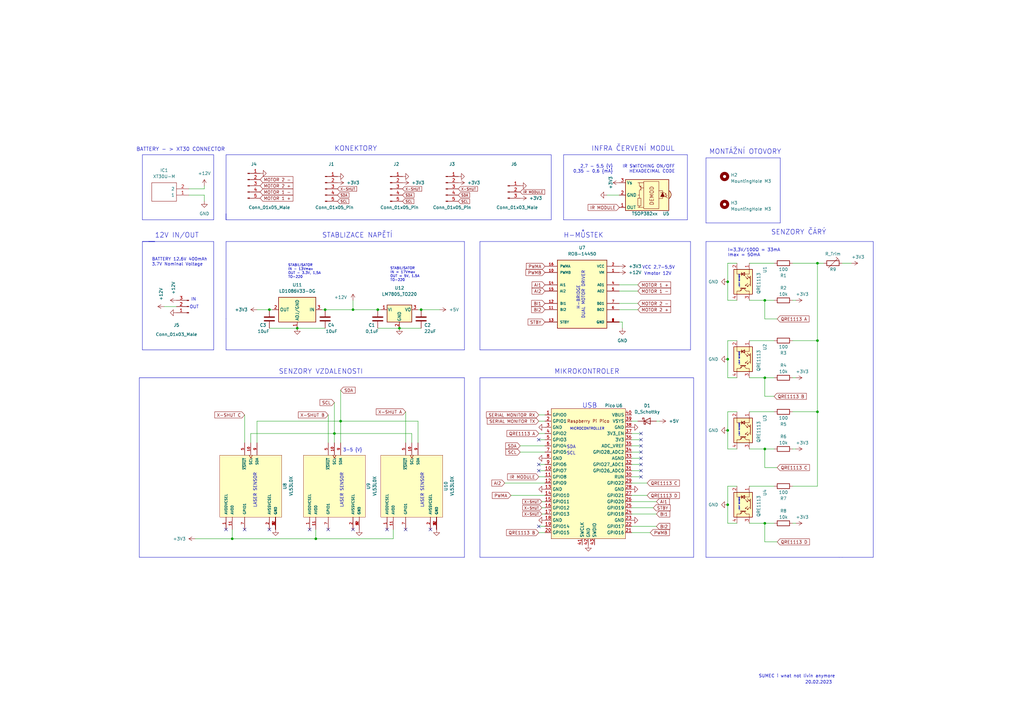
<source format=kicad_sch>
(kicad_sch (version 20230121) (generator eeschema)
  (paper "A3")
  (lib_symbols
    (symbol "+3V3_1" (power) (pin_names (offset 0))
      (property "Value" "+3V3_1" (at 0 3.556 0))
      (symbol "+3V3_1_1_1"
        (pin power_in line (at 0 0 90) (length 0) hide (name "+3V3") (number "1"))
      )
    )
    (symbol "Connector:Conn_01x03_Male" (pin_names (offset 1.016) hide)
      (property "Reference" "J" (at 0 5.08 0))
      (property "Value" "Conn_01x03_Male" (at 0 -5.08 0))
      (symbol "Conn_01x03_Male_1_1"
        (pin passive line (at 5.08 2.54 180) (length 3.81) (name "Pin_1") (number "1"))
        (pin passive line (at 5.08 0 180) (length 3.81) (name "Pin_2") (number "2"))
        (pin passive line (at 5.08 -2.54 180) (length 3.81) (name "Pin_3") (number "3"))
      )
    )
    (symbol "Connector:Conn_01x05_Male" (pin_names (offset 1.016) hide)
      (property "Reference" "J" (at 0 7.62 0))
      (property "Value" "Conn_01x05_Male" (at 0 -7.62 0))
      (symbol "Conn_01x05_Male_1_1"
        (pin passive line (at 5.08 5.08 180) (length 3.81) (name "Pin_1") (number "1"))
        (pin passive line (at 5.08 2.54 180) (length 3.81) (name "Pin_2") (number "2"))
        (pin passive line (at 5.08 0 180) (length 3.81) (name "Pin_3") (number "3"))
        (pin passive line (at 5.08 -2.54 180) (length 3.81) (name "Pin_4") (number "4"))
        (pin passive line (at 5.08 -5.08 180) (length 3.81) (name "Pin_5") (number "5"))
      )
    )
    (symbol "Connector:Conn_01x05_Pin" (pin_names (offset 1.016) hide)
      (property "Reference" "J" (at 0 7.62 0))
      (property "Value" "Conn_01x05_Pin" (at 0 -7.62 0))
      (symbol "Conn_01x05_Pin_1_1"
        (pin passive line (at 5.08 5.08 180) (length 3.81) (name "Pin_1") (number "1"))
        (pin passive line (at 5.08 2.54 180) (length 3.81) (name "Pin_2") (number "2"))
        (pin passive line (at 5.08 0 180) (length 3.81) (name "Pin_3") (number "3"))
        (pin passive line (at 5.08 -2.54 180) (length 3.81) (name "Pin_4") (number "4"))
        (pin passive line (at 5.08 -5.08 180) (length 3.81) (name "Pin_5") (number "5"))
      )
    )
    (symbol "Device:C" (pin_numbers hide) (pin_names (offset 0.254))
      (property "Reference" "C" (at 0.635 2.54 0))
      (property "Value" "C" (at 0.635 -2.54 0))
      (symbol "C_1_1"
        (pin passive line (at 0 3.81 270) (length 2.794) (name "~") (number "1"))
        (pin passive line (at 0 -3.81 90) (length 2.794) (name "~") (number "2"))
      )
    )
    (symbol "Device:D_Schottky" (pin_numbers hide) (pin_names (offset 1.016) hide)
      (property "Reference" "D" (at 0 2.54 0))
      (property "Value" "D_Schottky" (at 0 -2.54 0))
      (symbol "D_Schottky_1_1"
        (pin passive line (at -3.81 0 0) (length 2.54) (name "K") (number "1"))
        (pin passive line (at 3.81 0 180) (length 2.54) (name "A") (number "2"))
      )
    )
    (symbol "Device:R" (pin_numbers hide) (pin_names (offset 0))
      (property "Reference" "R" (at 2.032 0 90))
      (property "Value" "R" (at 0 0 90))
      (symbol "R_1_1"
        (pin passive line (at 0 3.81 270) (length 1.27) (name "~") (number "1"))
        (pin passive line (at 0 -3.81 90) (length 1.27) (name "~") (number "2"))
      )
    )
    (symbol "Device:R_Trim" (pin_numbers hide) (pin_names (offset 0))
      (property "Reference" "R" (at 2.54 -2.54 90))
      (property "Value" "R_Trim" (at -2.54 -0.635 90))
      (symbol "R_Trim_1_1"
        (pin passive line (at 0 3.81 270) (length 1.27) (name "~") (number "1"))
        (pin passive line (at 0 -3.81 90) (length 1.27) (name "~") (number "2"))
      )
    )
    (symbol "Interface_Optical:TSOP382xx"
      (property "Reference" "U5" (at -7.62 7.62 0))
      (property "Value" "TSOP382xx" (at 5.08 7.62 0))
      (symbol "TSOP382xx_0_0"
        (text "DEMOD" (at -3.175 0.254 900) (effects (font (size 1.524 1.524))))
      )
      (symbol "TSOP382xx_1_1"
        (pin output line (at 10.16 5.08 180) (length 2.54) (name "OUT") (number "1"))
        (pin power_in line (at 10.16 0 180) (length 2.54) (name "GND") (number "2"))
        (pin power_in line (at 10.16 -5.08 180) (length 2.54) (name "Vs") (number "3"))
      )
    )
    (symbol "MCU_RaspberryPi_and_Boards:Pico"
      (property "Reference" "U" (at -13.97 27.94 0))
      (property "Value" "Pico" (at 0 19.05 0))
      (symbol "Pico_0_0"
        (text "Raspberry Pi Pico" (at 0 21.59 0) (effects (font (size 1.27 1.27))))
      )
      (symbol "Pico_1_1"
        (pin bidirectional line (at -17.78 24.13 0) (length 2.54) (name "GPIO0") (number "1"))
        (pin bidirectional line (at -17.78 1.27 0) (length 2.54) (name "GPIO7") (number "10"))
        (pin bidirectional line (at -17.78 -1.27 0) (length 2.54) (name "GPIO8") (number "11"))
        (pin bidirectional line (at -17.78 -3.81 0) (length 2.54) (name "GPIO9") (number "12"))
        (pin power_in line (at -17.78 -6.35 0) (length 2.54) (name "GND") (number "13"))
        (pin bidirectional line (at -17.78 -8.89 0) (length 2.54) (name "GPIO10") (number "14"))
        (pin bidirectional line (at -17.78 -11.43 0) (length 2.54) (name "GPIO11") (number "15"))
        (pin bidirectional line (at -17.78 -13.97 0) (length 2.54) (name "GPIO12") (number "16"))
        (pin bidirectional line (at -17.78 -16.51 0) (length 2.54) (name "GPIO13") (number "17"))
        (pin power_in line (at -17.78 -19.05 0) (length 2.54) (name "GND") (number "18"))
        (pin bidirectional line (at -17.78 -21.59 0) (length 2.54) (name "GPIO14") (number "19"))
        (pin bidirectional line (at -17.78 21.59 0) (length 2.54) (name "GPIO1") (number "2"))
        (pin bidirectional line (at -17.78 -24.13 0) (length 2.54) (name "GPIO15") (number "20"))
        (pin bidirectional line (at 17.78 -24.13 180) (length 2.54) (name "GPIO16") (number "21"))
        (pin bidirectional line (at 17.78 -21.59 180) (length 2.54) (name "GPIO17") (number "22"))
        (pin power_in line (at 17.78 -19.05 180) (length 2.54) (name "GND") (number "23"))
        (pin bidirectional line (at 17.78 -16.51 180) (length 2.54) (name "GPIO18") (number "24"))
        (pin bidirectional line (at 17.78 -13.97 180) (length 2.54) (name "GPIO19") (number "25"))
        (pin bidirectional line (at 17.78 -11.43 180) (length 2.54) (name "GPIO20") (number "26"))
        (pin bidirectional line (at 17.78 -8.89 180) (length 2.54) (name "GPIO21") (number "27"))
        (pin power_in line (at 17.78 -6.35 180) (length 2.54) (name "GND") (number "28"))
        (pin bidirectional line (at 17.78 -3.81 180) (length 2.54) (name "GPIO22") (number "29"))
        (pin power_in line (at -17.78 19.05 0) (length 2.54) (name "GND") (number "3"))
        (pin input line (at 17.78 -1.27 180) (length 2.54) (name "RUN") (number "30"))
        (pin bidirectional line (at 17.78 1.27 180) (length 2.54) (name "GPIO26_ADC0") (number "31"))
        (pin bidirectional line (at 17.78 3.81 180) (length 2.54) (name "GPIO27_ADC1") (number "32"))
        (pin power_in line (at 17.78 6.35 180) (length 2.54) (name "AGND") (number "33"))
        (pin bidirectional line (at 17.78 8.89 180) (length 2.54) (name "GPIO28_ADC2") (number "34"))
        (pin power_in line (at 17.78 11.43 180) (length 2.54) (name "ADC_VREF") (number "35"))
        (pin power_in line (at 17.78 13.97 180) (length 2.54) (name "3V3") (number "36"))
        (pin input line (at 17.78 16.51 180) (length 2.54) (name "3V3_EN") (number "37"))
        (pin bidirectional line (at 17.78 19.05 180) (length 2.54) (name "GND") (number "38"))
        (pin power_in line (at 17.78 21.59 180) (length 2.54) (name "VSYS") (number "39"))
        (pin bidirectional line (at -17.78 16.51 0) (length 2.54) (name "GPIO2") (number "4"))
        (pin power_in line (at 17.78 24.13 180) (length 2.54) (name "VBUS") (number "40"))
        (pin input line (at -2.54 -29.21 90) (length 2.54) (name "SWCLK") (number "41"))
        (pin power_in line (at 0 -29.21 90) (length 2.54) (name "GND") (number "42"))
        (pin bidirectional line (at 2.54 -29.21 90) (length 2.54) (name "SWDIO") (number "43"))
        (pin bidirectional line (at -17.78 13.97 0) (length 2.54) (name "GPIO3") (number "5"))
        (pin bidirectional line (at -17.78 11.43 0) (length 2.54) (name "GPIO4") (number "6"))
        (pin bidirectional line (at -17.78 8.89 0) (length 2.54) (name "GPIO5") (number "7"))
        (pin power_in line (at -17.78 6.35 0) (length 2.54) (name "GND") (number "8"))
        (pin bidirectional line (at -17.78 3.81 0) (length 2.54) (name "GPIO6") (number "9"))
      )
    )
    (symbol "Mechanical:MountingHole" (pin_names (offset 1.016))
      (property "Reference" "H" (at 0 5.08 0))
      (property "Value" "MountingHole" (at 0 3.175 0))
    )
    (symbol "ROB-14450:ROB-14450" (pin_names (offset 1.016))
      (property "Reference" "U" (at -10.16 16.002 0))
      (property "Value" "ROB-14450" (at -10.16 -15.24 0))
      (symbol "ROB-14450_0_0"
        (pin power_in line (at 15.24 10.16 180) (length 5.08) (name "VM") (number "1"))
        (pin input line (at -15.24 10.16 0) (length 5.08) (name "PWMB") (number "10"))
        (pin input line (at -15.24 -5.08 0) (length 5.08) (name "BI2") (number "11"))
        (pin input line (at -15.24 -2.54 0) (length 5.08) (name "BI1") (number "12"))
        (pin input line (at -15.24 -10.16 0) (length 5.08) (name "STBY") (number "13"))
        (pin input line (at -15.24 5.08 0) (length 5.08) (name "AI1") (number "14"))
        (pin input line (at -15.24 2.54 0) (length 5.08) (name "AI2") (number "15"))
        (pin input line (at -15.24 12.7 0) (length 5.08) (name "PWMA") (number "16"))
        (pin power_in line (at 15.24 12.7 180) (length 5.08) (name "VCC") (number "2"))
        (pin power_in line (at 15.24 -10.16 180) (length 5.08) (name "GND") (number "3"))
        (pin output line (at 15.24 5.08 180) (length 5.08) (name "A01") (number "4"))
        (pin output line (at 15.24 2.54 180) (length 5.08) (name "A02") (number "5"))
        (pin output line (at 15.24 -5.08 180) (length 5.08) (name "B02") (number "6"))
        (pin output line (at 15.24 -2.54 180) (length 5.08) (name "B01") (number "7"))
        (pin power_in line (at 15.24 -10.16 180) (length 5.08) (name "GND") (number "8"))
        (pin power_in line (at 15.24 -10.16 180) (length 5.08) (name "GND") (number "9"))
      )
    )
    (symbol "Regulator_Linear:LD1086V33-DG"
      (property "Reference" "U" (at 0 10.16 0))
      (property "Value" "LD1086V33-DG" (at 0 7.62 0))
      (symbol "LD1086V33-DG_1_1"
        (pin input line (at 0 -7.62 90) (length 2.54) (name "ADJ/GND") (number "1"))
        (pin power_out line (at 10.16 0 180) (length 2.54) (name "OUT") (number "2"))
        (pin power_in line (at -10.16 0 0) (length 2.54) (name "IN") (number "3"))
      )
    )
    (symbol "Regulator_Linear:LM7805_TO220" (pin_names (offset 0.254))
      (property "Reference" "U" (at -3.81 3.175 0))
      (property "Value" "LM7805_TO220" (at 0 3.175 0))
      (symbol "LM7805_TO220_1_1"
        (pin power_in line (at -7.62 0 0) (length 2.54) (name "VI") (number "1"))
        (pin power_in line (at 0 -7.62 90) (length 2.54) (name "GND") (number "2"))
        (pin power_out line (at 7.62 0 180) (length 2.54) (name "VO") (number "3"))
      )
    )
    (symbol "SamacSys_Parts:XT30U-M" (pin_names (offset 0.762))
      (property "Reference" "IC" (at 16.51 7.62 0))
      (property "Value" "XT30U-M" (at 16.51 5.08 0))
      (symbol "XT30U-M_0_0"
        (pin passive line (at 0 0 0) (length 5.08) (name "1") (number "1"))
        (pin passive line (at 0 -2.54 0) (length 5.08) (name "2") (number "2"))
      )
    )
    (symbol "Sensor_Proximity:QRE1113" (pin_names (offset 0.0254) hide)
      (property "Reference" "U" (at -3.81 5.08 0))
      (property "Value" "QRE1113" (at 8.89 5.08 0))
      (symbol "QRE1113_1_1"
        (pin passive line (at -7.62 2.54 0) (length 2.54) (name "A") (number "1"))
        (pin passive line (at -7.62 -2.54 0) (length 2.54) (name "K") (number "2"))
        (pin open_collector line (at 7.62 2.54 180) (length 2.54) (name "~") (number "3"))
        (pin open_emitter line (at 7.62 -2.54 180) (length 2.54) (name "~") (number "4"))
      )
    )
    (symbol "VL53L0X:VL53L0X" (pin_names (offset 1.016))
      (property "Reference" "U" (at -12.7244 13.2334 0))
      (property "Value" "VL53L0X" (at -12.7205 -15.2646 0))
      (symbol "VL53L0X_0_0"
        (pin power_in line (at 17.78 10.16 180) (length 5.08) (name "AVDDVCSEL") (number "1"))
        (pin input clock (at -17.78 0 0) (length 5.08) (name "SCL") (number "10"))
        (pin power_in line (at 17.78 7.62 180) (length 5.08) (name "AVDD") (number "11"))
        (pin power_in line (at 17.78 -10.16 180) (length 5.08) (name "GND") (number "12"))
        (pin power_in line (at 17.78 -7.62 180) (length 5.08) (name "AVSSVCSEL") (number "2"))
        (pin power_in line (at 17.78 -10.16 180) (length 5.08) (name "GND") (number "3"))
        (pin power_in line (at 17.78 -10.16 180) (length 5.08) (name "GND") (number "4"))
        (pin input line (at -17.78 2.54 0) (length 5.08) (name "~{XSHUT}") (number "5"))
        (pin power_in line (at 17.78 -10.16 180) (length 5.08) (name "GND") (number "6"))
        (pin output line (at 17.78 2.54 180) (length 5.08) (name "GPIO1") (number "7"))
        (pin bidirectional line (at -17.78 -2.54 0) (length 5.08) (name "SDA") (number "9"))
      )
    )
    (symbol "power:+12V" (power) (pin_names (offset 0))
      (property "Value" "+12V" (at 0 3.556 0))
      (symbol "+12V_1_1"
        (pin power_in line (at 0 0 90) (length 0) hide (name "+12V") (number "1"))
      )
    )
    (symbol "power:+3V3" (power) (pin_names (offset 0))
      (property "Value" "+3V3" (at 0 3.556 0))
      (symbol "+3V3_1_1"
        (pin power_in line (at 0 0 90) (length 0) hide (name "+3V3") (number "1"))
      )
    )
    (symbol "power:+5V" (power) (pin_names (offset 0))
      (property "Value" "+5V" (at 0 3.556 0))
      (symbol "+5V_1_1"
        (pin power_in line (at 0 0 90) (length 0) hide (name "+5V") (number "1"))
      )
    )
    (symbol "power:GND" (power) (pin_names (offset 0))
      (property "Value" "GND" (at 0 -3.81 0))
      (symbol "GND_1_1"
        (pin power_in line (at 0 0 270) (length 0) hide (name "GND") (number "1"))
      )
    )
  )
  (junction (at 298.45 115.57))
  (junction (at 154.94 127))
  (junction (at 139.7 172.72))
  (junction (at 313.69 123.19))
  (junction (at 313.69 154.94))
  (junction (at 335.28 139.7))
  (junction (at 137.16 177.8))
  (junction (at 335.28 107.95))
  (junction (at 110.49 127))
  (junction (at 313.69 214.63))
  (junction (at 298.45 176.53))
  (junction (at 129.54 220.98))
  (junction (at 172.72 127))
  (junction (at 121.92 134.62))
  (junction (at 298.45 207.01))
  (junction (at 95.25 220.98))
  (junction (at 298.45 147.32))
  (junction (at 313.69 184.15))
  (junction (at 335.28 168.91))
  (junction (at 144.78 127))
  (junction (at 163.83 134.62))
  (junction (at 133.35 127))
  (no_connect (at 262.89 182.88))
  (no_connect (at 92.71 217.17))
  (no_connect (at 220.98 180.34))
  (no_connect (at 100.33 217.17))
  (no_connect (at 110.49 217.17))
  (no_connect (at 144.78 217.17))
  (no_connect (at 262.89 195.58))
  (no_connect (at 262.89 193.04))
  (no_connect (at 262.89 185.42))
  (no_connect (at 134.62 217.17))
  (no_connect (at 127 217.17))
  (no_connect (at 176.53 217.17))
  (no_connect (at 262.89 190.5))
  (no_connect (at 220.98 215.9))
  (no_connect (at 220.98 190.5))
  (no_connect (at 166.37 217.17))
  (no_connect (at 262.89 187.96))
  (no_connect (at 262.89 180.34))
  (no_connect (at 220.98 193.04))
  (no_connect (at 158.75 217.17))
  (no_connect (at 262.89 177.8))
  (polyline (pts (xy 345.44 228.6) (xy 358.14 228.6)))
  (wire (pts (xy 259.08 193.04) (xy 262.89 193.04)))
  (wire (pts (xy 105.41 172.72) (xy 105.41 181.61)))
  (wire (pts (xy 298.45 168.91) (xy 298.45 176.53)))
  (wire (pts (xy 83.82 77.47) (xy 83.82 76.2)))
  (wire (pts (xy 307.34 214.63) (xy 313.69 214.63)))
  (polyline (pts (xy 92.71 63.5) (xy 226.06 63.5)))
  (wire (pts (xy 121.92 134.62) (xy 110.49 134.62)))
  (polyline (pts (xy 196.85 154.94) (xy 284.48 154.94)))
  (wire (pts (xy 110.49 127) (xy 111.76 127)))
  (wire (pts (xy 220.98 215.9) (xy 223.52 215.9)))
  (wire (pts (xy 349.25 107.95) (xy 345.44 107.95)))
  (wire (pts (xy 105.41 127) (xy 110.49 127)))
  (polyline (pts (xy 60.96 99.06) (xy 87.63 99.06)))
  (wire (pts (xy 171.45 172.72) (xy 139.7 172.72)))
  (wire (pts (xy 317.5 168.91) (xy 307.34 168.91)))
  (wire (pts (xy 220.98 193.04) (xy 223.52 193.04)))
  (wire (pts (xy 307.34 184.15) (xy 313.69 184.15)))
  (polyline (pts (xy 281.94 63.5) (xy 281.94 90.17)))
  (wire (pts (xy 298.45 184.15) (xy 298.45 176.53)))
  (polyline (pts (xy 190.5 99.06) (xy 190.5 143.51)))
  (wire (pts (xy 335.28 168.91) (xy 335.28 199.39)))
  (polyline (pts (xy 344.17 228.6) (xy 345.44 228.6)))
  (wire (pts (xy 144.78 123.19) (xy 144.78 127)))
  (wire (pts (xy 209.55 203.2) (xy 223.52 203.2)))
  (wire (pts (xy 313.69 162.56) (xy 317.5 162.56)))
  (wire (pts (xy 180.34 127) (xy 172.72 127)))
  (wire (pts (xy 298.45 214.63) (xy 298.45 207.01)))
  (wire (pts (xy 298.45 199.39) (xy 298.45 207.01)))
  (wire (pts (xy 302.26 123.19) (xy 298.45 123.19)))
  (wire (pts (xy 265.43 203.2) (xy 259.08 203.2)))
  (wire (pts (xy 102.87 177.8) (xy 102.87 181.61)))
  (polyline (pts (xy 289.56 64.77) (xy 320.04 64.77)))
  (polyline (pts (xy 92.71 87.63) (xy 92.71 90.17)))
  (polyline (pts (xy 231.14 90.17) (xy 231.14 63.5)))
  (wire (pts (xy 261.62 124.46) (xy 254 124.46)))
  (polyline (pts (xy 58.42 143.51) (xy 58.42 99.06)))
  (polyline (pts (xy 289.56 99.06) (xy 358.14 99.06)))
  (wire (pts (xy 161.29 217.17) (xy 161.29 220.98)))
  (wire (pts (xy 166.37 168.91) (xy 166.37 181.61)))
  (wire (pts (xy 337.82 107.95) (xy 335.28 107.95)))
  (wire (pts (xy 132.08 127) (xy 133.35 127)))
  (wire (pts (xy 133.35 127) (xy 144.78 127)))
  (wire (pts (xy 313.69 130.81) (xy 318.77 130.81)))
  (polyline (pts (xy 92.71 130.81) (xy 92.71 99.06)))
  (wire (pts (xy 313.69 214.63) (xy 317.5 214.63)))
  (polyline (pts (xy 58.42 63.5) (xy 87.63 63.5)))
  (wire (pts (xy 134.62 170.18) (xy 134.62 181.61)))
  (wire (pts (xy 220.98 180.34) (xy 223.52 180.34)))
  (wire (pts (xy 307.34 123.19) (xy 313.69 123.19)))
  (wire (pts (xy 266.7 218.44) (xy 259.08 218.44)))
  (wire (pts (xy 269.24 172.72) (xy 270.51 172.72)))
  (wire (pts (xy 144.78 127) (xy 154.94 127)))
  (wire (pts (xy 139.7 172.72) (xy 105.41 172.72)))
  (wire (pts (xy 154.94 127) (xy 156.21 127)))
  (wire (pts (xy 222.25 210.82) (xy 223.52 210.82)))
  (wire (pts (xy 302.26 154.94) (xy 298.45 154.94)))
  (polyline (pts (xy 57.15 154.94) (xy 190.5 154.94)))
  (wire (pts (xy 168.91 177.8) (xy 137.16 177.8)))
  (polyline (pts (xy 87.63 90.17) (xy 87.63 63.5)))
  (wire (pts (xy 261.62 127) (xy 254 127)))
  (wire (pts (xy 220.98 195.58) (xy 223.52 195.58)))
  (wire (pts (xy 259.08 210.82) (xy 269.24 210.82)))
  (wire (pts (xy 129.54 220.98) (xy 161.29 220.98)))
  (wire (pts (xy 313.69 191.77) (xy 318.77 191.77)))
  (polyline (pts (xy 283.21 99.06) (xy 283.21 143.51)))
  (polyline (pts (xy 358.14 99.06) (xy 358.14 228.6)))
  (wire (pts (xy 100.33 170.18) (xy 100.33 181.61)))
  (wire (pts (xy 137.16 177.8) (xy 102.87 177.8)))
  (wire (pts (xy 313.69 154.94) (xy 313.69 162.56)))
  (wire (pts (xy 220.98 177.8) (xy 223.52 177.8)))
  (wire (pts (xy 317.5 139.7) (xy 307.34 139.7)))
  (polyline (pts (xy 289.56 91.44) (xy 289.56 64.77)))
  (polyline (pts (xy 284.48 228.6) (xy 196.85 228.6)))
  (wire (pts (xy 262.89 195.58) (xy 259.08 195.58)))
  (wire (pts (xy 222.25 205.74) (xy 223.52 205.74)))
  (wire (pts (xy 83.82 80.01) (xy 83.82 82.55)))
  (wire (pts (xy 326.39 154.94) (xy 325.12 154.94)))
  (wire (pts (xy 255.27 132.08) (xy 254 132.08)))
  (wire (pts (xy 265.43 198.12) (xy 259.08 198.12)))
  (polyline (pts (xy 57.15 228.6) (xy 190.5 228.6)))
  (wire (pts (xy 313.69 154.94) (xy 317.5 154.94)))
  (wire (pts (xy 154.94 134.62) (xy 163.83 134.62)))
  (wire (pts (xy 254 80.01) (xy 248.92 80.01)))
  (wire (pts (xy 326.39 123.19) (xy 325.12 123.19)))
  (wire (pts (xy 171.45 127) (xy 172.72 127)))
  (polyline (pts (xy 87.63 99.06) (xy 87.63 143.51)))
  (wire (pts (xy 326.39 214.63) (xy 325.12 214.63)))
  (polyline (pts (xy 283.21 99.06) (xy 196.85 99.06)))
  (polyline (pts (xy 58.42 63.5) (xy 58.42 90.17)))
  (wire (pts (xy 80.01 220.98) (xy 95.25 220.98)))
  (wire (pts (xy 77.47 80.01) (xy 83.82 80.01)))
  (wire (pts (xy 298.45 139.7) (xy 302.26 139.7)))
  (polyline (pts (xy 57.15 228.6) (xy 57.15 154.94)))
  (wire (pts (xy 137.16 181.61) (xy 137.16 177.8)))
  (wire (pts (xy 298.45 107.95) (xy 302.26 107.95)))
  (wire (pts (xy 220.98 170.18) (xy 223.52 170.18)))
  (wire (pts (xy 207.01 198.12) (xy 223.52 198.12)))
  (polyline (pts (xy 289.56 91.44) (xy 320.04 91.44)))
  (wire (pts (xy 137.16 165.1) (xy 137.16 177.8)))
  (wire (pts (xy 313.69 214.63) (xy 313.69 222.25)))
  (polyline (pts (xy 190.5 154.94) (xy 190.5 228.6)))
  (polyline (pts (xy 63.5 99.06) (xy 58.42 99.06)))
  (wire (pts (xy 213.36 182.88) (xy 223.52 182.88)))
  (wire (pts (xy 302.26 214.63) (xy 298.45 214.63)))
  (wire (pts (xy 313.69 222.25) (xy 318.77 222.25)))
  (wire (pts (xy 262.89 182.88) (xy 259.08 182.88)))
  (polyline (pts (xy 284.48 154.94) (xy 284.48 228.6)))
  (wire (pts (xy 325.12 168.91) (xy 335.28 168.91)))
  (wire (pts (xy 259.08 205.74) (xy 269.24 205.74)))
  (polyline (pts (xy 281.94 90.17) (xy 231.14 90.17)))
  (polyline (pts (xy 344.17 228.6) (xy 289.56 228.6)))
  (wire (pts (xy 307.34 154.94) (xy 313.69 154.94)))
  (wire (pts (xy 261.62 172.72) (xy 259.08 172.72)))
  (polyline (pts (xy 58.42 90.17) (xy 87.63 90.17)))
  (polyline (pts (xy 320.04 64.77) (xy 320.04 91.44)))
  (wire (pts (xy 222.25 208.28) (xy 223.52 208.28)))
  (wire (pts (xy 220.98 172.72) (xy 223.52 172.72)))
  (polyline (pts (xy 87.63 143.51) (xy 58.42 143.51)))
  (wire (pts (xy 335.28 139.7) (xy 335.28 107.95)))
  (wire (pts (xy 163.83 134.62) (xy 172.72 134.62)))
  (polyline (pts (xy 226.06 90.17) (xy 92.71 90.17)))
  (wire (pts (xy 220.98 218.44) (xy 223.52 218.44)))
  (wire (pts (xy 95.25 220.98) (xy 129.54 220.98)))
  (wire (pts (xy 298.45 139.7) (xy 298.45 147.32)))
  (wire (pts (xy 317.5 199.39) (xy 307.34 199.39)))
  (polyline (pts (xy 92.71 90.17) (xy 92.71 63.5)))
  (wire (pts (xy 259.08 215.9) (xy 269.24 215.9)))
  (wire (pts (xy 313.69 123.19) (xy 317.5 123.19)))
  (wire (pts (xy 261.62 116.84) (xy 254 116.84)))
  (polyline (pts (xy 231.14 63.5) (xy 281.94 63.5)))
  (wire (pts (xy 168.91 181.61) (xy 168.91 177.8)))
  (wire (pts (xy 259.08 190.5) (xy 262.89 190.5)))
  (wire (pts (xy 302.26 184.15) (xy 298.45 184.15)))
  (polyline (pts (xy 226.06 63.5) (xy 226.06 90.17)))
  (wire (pts (xy 213.36 185.42) (xy 223.52 185.42)))
  (wire (pts (xy 220.98 190.5) (xy 223.52 190.5)))
  (polyline (pts (xy 196.85 154.94) (xy 196.85 228.6)))
  (wire (pts (xy 298.45 168.91) (xy 302.26 168.91)))
  (wire (pts (xy 262.89 180.34) (xy 259.08 180.34)))
  (polyline (pts (xy 289.56 228.6) (xy 289.56 99.06)))
  (wire (pts (xy 255.27 134.62) (xy 255.27 132.08)))
  (wire (pts (xy 262.89 187.96) (xy 259.08 187.96)))
  (wire (pts (xy 326.39 184.15) (xy 325.12 184.15)))
  (wire (pts (xy 325.12 139.7) (xy 335.28 139.7)))
  (polyline (pts (xy 92.71 130.81) (xy 92.71 143.51)))
  (wire (pts (xy 313.69 184.15) (xy 317.5 184.15)))
  (wire (pts (xy 67.31 125.73) (xy 72.39 125.73)))
  (wire (pts (xy 139.7 160.02) (xy 139.7 172.72)))
  (wire (pts (xy 259.08 208.28) (xy 267.97 208.28)))
  (wire (pts (xy 313.69 123.19) (xy 313.69 130.81)))
  (wire (pts (xy 77.47 77.47) (xy 83.82 77.47)))
  (wire (pts (xy 298.45 154.94) (xy 298.45 147.32)))
  (wire (pts (xy 325.12 107.95) (xy 335.28 107.95)))
  (wire (pts (xy 139.7 181.61) (xy 139.7 172.72)))
  (wire (pts (xy 298.45 123.19) (xy 298.45 115.57)))
  (polyline (pts (xy 196.85 143.51) (xy 196.85 99.06)))
  (polyline (pts (xy 283.21 143.51) (xy 196.85 143.51)))
  (polyline (pts (xy 58.42 99.06) (xy 63.5 99.06)))
  (polyline (pts (xy 92.71 99.06) (xy 190.5 99.06)))
  (wire (pts (xy 259.08 177.8) (xy 262.89 177.8)))
  (wire (pts (xy 325.12 199.39) (xy 335.28 199.39)))
  (wire (pts (xy 171.45 181.61) (xy 171.45 172.72)))
  (wire (pts (xy 313.69 184.15) (xy 313.69 191.77)))
  (polyline (pts (xy 190.5 143.51) (xy 92.71 143.51)))
  (wire (pts (xy 262.89 185.42) (xy 259.08 185.42)))
  (wire (pts (xy 133.35 134.62) (xy 121.92 134.62)))
  (wire (pts (xy 298.45 199.39) (xy 302.26 199.39)))
  (wire (pts (xy 95.25 217.17) (xy 95.25 220.98)))
  (wire (pts (xy 335.28 139.7) (xy 335.28 168.91)))
  (wire (pts (xy 129.54 217.17) (xy 129.54 220.98)))
  (wire (pts (xy 261.62 119.38) (xy 254 119.38)))
  (wire (pts (xy 317.5 107.95) (xy 307.34 107.95)))
  (wire (pts (xy 298.45 107.95) (xy 298.45 115.57)))
  (text "3-5 {V}" (at 148.59 185.42 0) (effects (font (size 1.27 1.27)) (justify right bottom)))
  (text "H-MŮSTEK" (at 231.14 97.79 0) (effects (font (size 2 2)) (justify left bottom)))
  (text "OUT " (at 77.7549 126.7477 0) (effects (font (size 1.27 1.27)) (justify left bottom)))
  (text "LASER SENSOR" (at 140.97 208.28 90) (effects (font (size 1.27 1.27)) (justify left bottom)))
  (text "Vmotor 12V" (at 264.16 113.03 0) (effects (font (size 1.27 1.27)) (justify left bottom)))
  (text "SCL" (at 232.41 186.69 0) (effects (font (size 1.27 1.27)) (justify left bottom)))
  (text "STABILISATOR \nIN = 17Vmax\nOUT = 5V, 1.5A\nTO-220" (at 160.02 115.57 0) (effects (font (size 1 1)) (justify left bottom)))
  (text "MICROCONTROLLER" (at 233.68 176.53 0) (effects (font (size 1 1)) (justify left bottom)))
  (text "SUMEC i wnat not livin anymore" (at 311.15 278.13 0) (effects (font (size 1.27 1.27)) (justify left bottom)))
  (text "SENZORY ČÁRÝ\n" (at 316.23 96.52 0) (effects (font (size 2 2)) (justify left bottom)))
  (text "SDA" (at 232.41 184.15 0) (effects (font (size 1.27 1.27)) (justify left bottom)))
  (text "LASER SENSOR" (at 173.99 208.28 90) (effects (font (size 1.27 1.27)) (justify left bottom)))
  (text "IN" (at 78.3308 123.6125 0) (effects (font (size 1.27 1.27)) (justify left bottom)))
  (text "LIGHT SENSOR" (at 303.53 209.55 90) (effects (font (size 0.5 0.5)) (justify left bottom)))
  (text "VCC 2,7-5,5V" (at 276.86 110.49 0) (effects (font (size 1.27 1.27)) (justify right bottom)))
  (text "I=3,3V/100Ω = 33mA\nImax = 50mA" (at 298.45 105.41 0) (effects (font (size 1.27 1.27)) (justify left bottom)))
  (text "LIGHT SENSOR" (at 303.53 118.11 90) (effects (font (size 0.5 0.5)) (justify left bottom)))
  (text "STABILISATOR\nIN - 13Vmax\nOUT - 3.3V, 1,5A\nTO-220" (at 118.11 114.3 0) (effects (font (size 1 1)) (justify left bottom)))
  (text "MIKROKONTROLER" (at 227.33 153.67 0) (effects (font (size 2 2)) (justify left bottom)))
  (text "LASER SENSOR" (at 105.41 208.28 90) (effects (font (size 1.27 1.27)) (justify left bottom)))
  (text "MONTÁŽNÍ OTOVORY" (at 290.83 63.5 0) (effects (font (size 2 2)) (justify left bottom)))
  (text "BATTERY - > XT30 CONNECTOR" (at 55.88 62.23 0) (effects (font (size 1.5 1.5)) (justify left bottom)))
  (text "SENZORY VZDALENOSTI" (at 114.3 153.67 0) (effects (font (size 2 2)) (justify left bottom)))
  (text "20.02.2023" (at 330.2 280.67 0) (effects (font (size 1.27 1.27)) (justify left bottom)))
  (text "LIGHT SENSOR" (at 303.53 149.86 90) (effects (font (size 0.5 0.5)) (justify left bottom)))
  (text "2,7 - 5,5 {V}\n0,35 - 0,6 {mA}" (at 251.46 71.12 0) (effects (font (size 1.27 1.27)) (justify right bottom)))
  (text "INFRA ČERVENÍ MODUL" (at 242.57 62.23 0) (effects (font (size 2 2)) (justify left bottom)))
  (text "IR SWITCHING ON/OFF\nHEXADECIMAL CODE" (at 276.86 71.12 0) (effects (font (size 1.27 1.27)) (justify right bottom)))
  (text "LIGHT SENSOR" (at 303.53 179.07 90) (effects (font (size 0.5 0.5)) (justify left bottom)))
  (text "KONEKTORY" (at 137.16 62.23 0) (effects (font (size 2 2)) (justify left bottom)))
  (text "BATTERY 12.6V 400mAh\n3.7V Nominal Voltage" (at 62.23 109.22 0) (effects (font (size 1.27 1.27)) (justify left bottom)))
  (text "USB" (at 238.76 167.64 0) (effects (font (size 2 2)) (justify left bottom)))
  (text "12V IN/OUT" (at 63.5 97.79 0) (effects (font (size 2 2)) (justify left bottom)))
  (text "    H-BRIDGE\nDUAL MOTOR DRIVER" (at 240.03 130.81 90) (effects (font (size 1.27 1.27)) (justify left bottom)))
  (text "STABLIZACE NAPĚTÍ" (at 132.08 97.79 0) (effects (font (size 2 2)) (justify left bottom)))
  (global_label "IR MODULE" (shape input) (at 213.36 78.74 0) (effects (font (size 1 1))) (property "Intersheetrefs" "${INTERSHEET_REFS}" (effects hide)))
  (global_label "SCL" (shape input) (at 138.43 82.55 0) (effects (font (size 1 1))) (property "Intersheetrefs" "${INTERSHEET_REFS}" (effects hide)))
  (global_label "SCL" (shape input) (at 187.96 82.55 0) (effects (font (size 1 1))) (property "Intersheetrefs" "${INTERSHEET_REFS}" (effects hide)))
  (global_label "SCL" (shape input) (at 137.16 165.1 180) (property "Intersheetrefs" "${INTERSHEET_REFS}" (effects hide)))
  (global_label "PWMB" (shape input) (at 223.52 111.76 180) (property "Intersheetrefs" "${INTERSHEET_REFS}" (effects hide)))
  (global_label "QRE1113 B" (shape input) (at 220.98 218.44 180) (property "Intersheetrefs" "${INTERSHEET_REFS}" (effects hide)))
  (global_label "PWMB" (shape input) (at 266.7 218.44 0) (property "Intersheetrefs" "${INTERSHEET_REFS}" (effects hide)))
  (global_label "IR MODULE" (shape input) (at 220.98 195.58 180) (property "Intersheetrefs" "${INTERSHEET_REFS}" (effects hide)))
  (global_label "X-SHUT B" (shape input) (at 134.62 170.18 180) (property "Intersheetrefs" "${INTERSHEET_REFS}" (effects hide)))
  (global_label "SERIAL MONITOR RX" (shape input) (at 220.98 170.18 180) (property "Intersheetrefs" "${INTERSHEET_REFS}" (effects hide)))
  (global_label "BI1" (shape input) (at 269.24 210.82 0) (property "Intersheetrefs" "${INTERSHEET_REFS}" (effects hide)))
  (global_label "STBY" (shape input) (at 223.52 132.08 180) (property "Intersheetrefs" "${INTERSHEET_REFS}" (effects hide)))
  (global_label "MOTOR 2 +" (shape input) (at 106.68 76.2 0) (property "Intersheetrefs" "${INTERSHEET_REFS}" (effects hide)))
  (global_label "AI1" (shape input) (at 269.24 205.74 0) (property "Intersheetrefs" "${INTERSHEET_REFS}" (effects hide)))
  (global_label "MOTOR 2 -" (shape input) (at 261.62 124.46 0) (property "Intersheetrefs" "${INTERSHEET_REFS}" (effects hide)))
  (global_label "SCL" (shape input) (at 213.36 185.42 180) (property "Intersheetrefs" "${INTERSHEET_REFS}" (effects hide)))
  (global_label "X-SHUT A" (shape input) (at 166.37 168.91 180) (property "Intersheetrefs" "${INTERSHEET_REFS}" (effects hide)))
  (global_label "SCL" (shape input) (at 165.1 82.55 0) (effects (font (size 1 1))) (property "Intersheetrefs" "${INTERSHEET_REFS}" (effects hide)))
  (global_label "MOTOR 1 -" (shape input) (at 106.68 78.74 0) (property "Intersheetrefs" "${INTERSHEET_REFS}" (effects hide)))
  (global_label "X-SHUT" (shape input) (at 187.96 77.47 0) (effects (font (size 1 1))) (property "Intersheetrefs" "${INTERSHEET_REFS}" (effects hide)))
  (global_label "X-SHUT C" (shape input) (at 100.33 170.18 180) (property "Intersheetrefs" "${INTERSHEET_REFS}" (effects hide)))
  (global_label "MOTOR 2 -" (shape input) (at 106.68 73.66 0) (property "Intersheetrefs" "${INTERSHEET_REFS}" (effects hide)))
  (global_label "SDA" (shape input) (at 139.7 160.02 0) (property "Intersheetrefs" "${INTERSHEET_REFS}" (effects hide)))
  (global_label "X-SHUT" (shape input) (at 138.43 77.47 0) (effects (font (size 1 1))) (property "Intersheetrefs" "${INTERSHEET_REFS}" (effects hide)))
  (global_label "QRE1113 A" (shape input) (at 220.98 177.8 180) (property "Intersheetrefs" "${INTERSHEET_REFS}" (effects hide)))
  (global_label "QRE1113 D" (shape input) (at 265.43 203.2 0) (property "Intersheetrefs" "${INTERSHEET_REFS}" (effects hide)))
  (global_label "MOTOR 2 +" (shape input) (at 261.62 127 0) (property "Intersheetrefs" "${INTERSHEET_REFS}" (effects hide)))
  (global_label "SDA" (shape input) (at 187.96 80.01 0) (effects (font (size 1 1))) (property "Intersheetrefs" "${INTERSHEET_REFS}" (effects hide)))
  (global_label "SDA" (shape input) (at 213.36 182.88 180) (property "Intersheetrefs" "${INTERSHEET_REFS}" (effects hide)))
  (global_label "QRE1113 D" (shape input) (at 318.77 222.25 0) (property "Intersheetrefs" "${INTERSHEET_REFS}" (effects hide)))
  (global_label "AI2" (shape input) (at 207.01 198.12 180) (property "Intersheetrefs" "${INTERSHEET_REFS}" (effects hide)))
  (global_label "X-SHUT" (shape input) (at 222.25 205.74 180) (effects (font (size 1 1))) (property "Intersheetrefs" "${INTERSHEET_REFS}" (effects hide)))
  (global_label "BI2" (shape input) (at 269.24 215.9 0) (property "Intersheetrefs" "${INTERSHEET_REFS}" (effects hide)))
  (global_label "QRE1113 C" (shape input) (at 265.43 198.12 0) (property "Intersheetrefs" "${INTERSHEET_REFS}" (effects hide)))
  (global_label "QRE1113 C" (shape input) (at 318.77 191.77 0) (property "Intersheetrefs" "${INTERSHEET_REFS}" (effects hide)))
  (global_label "X-SHUT" (shape input) (at 165.1 77.47 0) (effects (font (size 1 1))) (property "Intersheetrefs" "${INTERSHEET_REFS}" (effects hide)))
  (global_label "STBY" (shape input) (at 267.97 208.28 0) (property "Intersheetrefs" "${INTERSHEET_REFS}" (effects hide)))
  (global_label "SDA" (shape input) (at 138.43 80.01 0) (effects (font (size 1 1))) (property "Intersheetrefs" "${INTERSHEET_REFS}" (effects hide)))
  (global_label "IR MODULE" (shape input) (at 254 85.09 180) (property "Intersheetrefs" "${INTERSHEET_REFS}" (effects hide)))
  (global_label "AI1" (shape input) (at 223.52 116.84 180) (property "Intersheetrefs" "${INTERSHEET_REFS}" (effects hide)))
  (global_label "QRE1113 A" (shape input) (at 318.77 130.81 0) (property "Intersheetrefs" "${INTERSHEET_REFS}" (effects hide)))
  (global_label "PWMA" (shape input) (at 209.55 203.2 180) (property "Intersheetrefs" "${INTERSHEET_REFS}" (effects hide)))
  (global_label "X-SHUT" (shape input) (at 222.25 210.82 180) (effects (font (size 1 1))) (property "Intersheetrefs" "${INTERSHEET_REFS}" (effects hide)))
  (global_label "BI1" (shape input) (at 223.52 124.46 180) (property "Intersheetrefs" "${INTERSHEET_REFS}" (effects hide)))
  (global_label "X-SHUT" (shape input) (at 222.25 208.28 180) (effects (font (size 1 1))) (property "Intersheetrefs" "${INTERSHEET_REFS}" (effects hide)))
  (global_label "QRE1113 B" (shape input) (at 317.5 162.56 0) (property "Intersheetrefs" "${INTERSHEET_REFS}" (effects hide)))
  (global_label "SDA" (shape input) (at 165.1 80.01 0) (effects (font (size 1 1))) (property "Intersheetrefs" "${INTERSHEET_REFS}" (effects hide)))
  (global_label "MOTOR 1 +" (shape input) (at 106.68 81.28 0) (property "Intersheetrefs" "${INTERSHEET_REFS}" (effects hide)))
  (global_label "MOTOR 1 +" (shape input) (at 261.62 116.84 0) (property "Intersheetrefs" "${INTERSHEET_REFS}" (effects hide)))
  (global_label "MOTOR 1 -" (shape input) (at 261.62 119.38 0) (property "Intersheetrefs" "${INTERSHEET_REFS}" (effects hide)))
  (global_label "PWMA" (shape input) (at 223.52 109.22 180) (property "Intersheetrefs" "${INTERSHEET_REFS}" (effects hide)))
  (global_label "SERIAL MONITOR TX" (shape input) (at 220.98 172.72 180) (property "Intersheetrefs" "${INTERSHEET_REFS}" (effects hide)))
  (global_label "AI2" (shape input) (at 223.52 119.38 180) (property "Intersheetrefs" "${INTERSHEET_REFS}" (effects hide)))
  (global_label "BI2" (shape input) (at 223.52 127 180) (property "Intersheetrefs" "${INTERSHEET_REFS}" (effects hide)))
  (symbol (lib_id "power:GND") (at 147.32 217.17 0) (unit 1)
    (property "Reference" "#PWR0116" (effects hide))
    (property "Value" "GND" (effects hide))
  )
  (symbol (lib_id "power:GND") (at 298.45 147.32 270) (unit 1)
    (property "Reference" "#PWR0122" (effects hide))
    (property "Value" "GND" (at 294.64 147.3199 90) (effects (justify right)))
  )
  (symbol (lib_id "power:GND") (at 223.52 200.66 270) (unit 1)
    (property "Reference" "#PWR0115" (effects hide))
    (property "Value" "GND" (effects hide))
  )
  (symbol (lib_id "Sensor_Proximity:QRE1113") (at 304.8 147.32 270) (unit 1)
    (property "Reference" "U2" (at 313.69 140.97 0) (effects (justify left)))
    (property "Value" "QRE1113" (at 311.15 143.51 0) (effects (justify left)))
    (property "Footprint" "OptoDevice:OnSemi_CASE100AQ" (effects hide))
    (property "Datasheet" "http://www.onsemi.com/pub/Collateral/QRE1113-D.PDF" (effects hide))
  )
  (symbol (lib_id "Connector:Conn_01x05_Pin") (at 160.02 77.47 0) (unit 1)
    (property "Reference" "J2" (at 162.56 67.31 0))
    (property "Value" "Conn_01x05_Pin" (at 163.83 85.09 0))
    (property "Footprint" "Connector_PinSocket_2.54mm:PinSocket_1x05_P2.54mm_Vertical" (effects hide))
  )
  (symbol (lib_id "Sensor_Proximity:QRE1113") (at 304.8 115.57 270) (unit 1)
    (property "Reference" "U1" (at 313.69 109.22 0) (effects (justify left)))
    (property "Value" "QRE1113" (at 311.15 111.76 0) (effects (justify left)))
    (property "Footprint" "OptoDevice:OnSemi_CASE100AQ" (effects hide))
    (property "Datasheet" "http://www.onsemi.com/pub/Collateral/QRE1113-D.PDF" (effects hide))
  )
  (symbol (lib_id "power:GND") (at 165.1 72.39 90) (unit 1)
    (property "Reference" "#PWR05" (effects hide))
    (property "Value" "GND" (effects hide))
  )
  (symbol (lib_id "MCU_RaspberryPi_and_Boards:Pico") (at 241.3 194.31 0) (unit 1)
    (property "Reference" "U6" (at 254 166.37 0))
    (property "Value" "Pico" (at 250.19 166.37 0))
    (property "Footprint" "MCU_Raspberry:RPi_Pico_SMD_TH" (effects hide))
  )
  (symbol (lib_id "Mechanical:MountingHole") (at 297.18 83.82 0) (unit 1)
    (property "Reference" "H3" (at 299.72 83.185 0) (effects (justify left)))
    (property "Value" "MountingHole M3" (at 299.72 85.725 0) (effects (justify left)))
    (property "Footprint" "MountingHole:MountingHole_3.2mm_M3" (effects hide))
  )
  (symbol (lib_id "power:GND") (at 113.03 217.17 0) (unit 1)
    (property "Reference" "#PWR0117" (effects hide))
    (property "Value" "GND" (effects hide))
  )
  (symbol (lib_name "+3V3_1") (lib_id "power:+3V3") (at 165.1 74.93 270) (unit 1)
    (property "Reference" "#PWR06" (effects hide))
    (property "Value" "+3V3" (at 171.45 74.93 90))
  )
  (symbol (lib_id "Device:C") (at 172.72 130.81 0) (unit 1)
    (property "Reference" "C2" (at 173.99 133.35 0) (effects (justify left)))
    (property "Value" "22uF" (at 173.99 135.89 0) (effects (justify left)))
    (property "Footprint" "Capacitor_THT:CP_Radial_D4.0mm_P2.00mm" (effects hide))
  )
  (symbol (lib_id "Connector:Conn_01x05_Pin") (at 182.88 77.47 0) (unit 1)
    (property "Reference" "J3" (at 185.42 67.31 0))
    (property "Value" "Conn_01x05_Pin" (at 185.42 85.09 0))
    (property "Footprint" "Connector_PinSocket_2.54mm:PinSocket_1x05_P2.54mm_Vertical" (effects hide))
  )
  (symbol (lib_id "Device:R") (at 321.31 154.94 90) (unit 1)
    (property "Reference" "R4" (at 321.31 149.86 90))
    (property "Value" "10k" (at 321.31 152.4 90))
    (property "Footprint" "Resistor_THT:R_Axial_DIN0204_L3.6mm_D1.6mm_P1.90mm_Vertical" (effects hide))
  )
  (symbol (lib_id "power:GND") (at 259.08 213.36 90) (unit 1)
    (property "Reference" "#PWR0106" (effects hide))
    (property "Value" "GND" (effects hide))
  )
  (symbol (lib_id "Device:R") (at 321.31 107.95 90) (unit 1)
    (property "Reference" "R1" (at 321.31 113.03 90))
    (property "Value" "100" (at 321.31 110.49 90))
    (property "Footprint" "Resistor_THT:R_Axial_DIN0204_L3.6mm_D1.6mm_P1.90mm_Vertical" (effects hide))
  )
  (symbol (lib_id "power:GND") (at 187.96 72.39 90) (unit 1)
    (property "Reference" "#PWR07" (effects hide))
    (property "Value" "GND" (effects hide))
  )
  (symbol (lib_id "power:GND") (at 241.3 223.52 0) (unit 1)
    (property "Reference" "#PWR0104" (effects hide))
    (property "Value" "GND" (effects hide))
  )
  (symbol (lib_id "power:GND") (at 223.52 175.26 270) (unit 1)
    (property "Reference" "#PWR0103" (effects hide))
    (property "Value" "GND" (effects hide))
  )
  (symbol (lib_id "power:GND") (at 298.45 207.01 270) (unit 1)
    (property "Reference" "#PWR0112" (effects hide))
    (property "Value" "GND" (at 294.64 207.0099 90) (effects (justify right)))
  )
  (symbol (lib_id "power:GND") (at 298.45 115.57 270) (unit 1)
    (property "Reference" "#PWR0127" (effects hide))
    (property "Value" "GND" (at 294.64 115.5699 90) (effects (justify right)))
  )
  (symbol (lib_id "Interface_Optical:TSOP382xx") (at 264.16 80.01 180) (unit 1)
    (property "Reference" "U5" (at 271.78 87.63 0) (effects (justify right)))
    (property "Value" "TSOP382xx" (at 259.08 87.63 0) (effects (justify right)))
    (property "Footprint" "OptoDevice:Vishay_MINICAST-3Pin" (effects hide))
    (property "Datasheet" "http://www.vishay.com/docs/82491/tsop382.pdf" (effects hide))
  )
  (symbol (lib_id "power:GND") (at 179.07 217.17 0) (unit 1)
    (property "Reference" "#PWR0113" (effects hide))
    (property "Value" "GND" (effects hide))
  )
  (symbol (lib_id "power:+12V") (at 67.31 125.73 90) (mirror x) (unit 1)
    (property "Reference" "#PWR0144" (effects hide))
    (property "Value" "+12V" (at 66.04 120.65 0))
    (property "Footprint" "Battery:BatteryHolder_Bulgin_BX0036_1xC" (effects hide))
  )
  (symbol (lib_id "power:+12V") (at 144.78 123.19 0) (unit 1)
    (property "Reference" "#PWR0124" (effects hide))
    (property "Value" "+12V" (at 139.7 121.92 0))
    (property "Footprint" "Battery:BatteryHolder_Bulgin_BX0036_1xC" (effects hide))
  )
  (symbol (lib_id "power:GND") (at 138.43 72.39 90) (unit 1)
    (property "Reference" "#PWR04" (effects hide))
    (property "Value" "GND" (effects hide))
  )
  (symbol (lib_id "Connector:Conn_01x05_Pin") (at 133.35 77.47 0) (unit 1)
    (property "Reference" "J1" (at 135.89 67.31 0))
    (property "Value" "Conn_01x05_Pin" (at 137.16 85.09 0))
    (property "Footprint" "Connector_PinSocket_2.54mm:PinSocket_1x05_P2.54mm_Vertical" (effects hide))
  )
  (symbol (lib_id "Device:C") (at 110.49 130.81 0) (mirror y) (unit 1)
    (property "Reference" "C3" (at 109.22 133.35 0) (effects (justify left)))
    (property "Value" "10uF" (at 110.49 135.89 0) (effects (justify left)))
    (property "Footprint" "Capacitor_THT:CP_Radial_D4.0mm_P2.00mm" (effects hide))
  )
  (symbol (lib_id "power:GND") (at 259.08 175.26 90) (unit 1)
    (property "Reference" "#PWR0108" (effects hide))
    (property "Value" "GND" (effects hide))
  )
  (symbol (lib_id "power:+3V3") (at 105.41 127 90) (unit 1)
    (property "Reference" "#PWR0142" (effects hide))
    (property "Value" "+3V3" (at 101.6 127 90) (effects (justify left)))
  )
  (symbol (lib_name "+3V3_1") (lib_id "power:+3V3") (at 187.96 74.93 270) (unit 1)
    (property "Reference" "#PWR08" (effects hide))
    (property "Value" "+3V3" (at 194.31 74.93 90))
  )
  (symbol (lib_id "Regulator_Linear:LM7805_TO220") (at 163.83 127 0) (unit 1)
    (property "Reference" "U12" (at 163.83 118.11 0))
    (property "Value" "LM7805_TO220" (at 163.83 120.65 0))
    (property "Footprint" "Package_TO_SOT_THT:TO-220-3_Vertical" (effects hide))
    (property "Datasheet" "https://www.onsemi.cn/PowerSolutions/document/MC7800-D.PDF" (effects hide))
  )
  (symbol (lib_id "power:GND") (at 223.52 213.36 270) (unit 1)
    (property "Reference" "#PWR0111" (effects hide))
    (property "Value" "GND" (effects hide))
  )
  (symbol (lib_id "Regulator_Linear:LD1086V33-DG") (at 121.92 127 0) (mirror y) (unit 1)
    (property "Reference" "U11" (at 121.92 116.84 0))
    (property "Value" "LD1086V33-DG" (at 121.92 119.38 0))
    (property "Footprint" "Package_TO_SOT_THT:TO-220-3_Vertical" (effects hide))
    (property "Datasheet" "https://www.st.com/resource/en/datasheet/ld1086.pdf" (effects hide))
  )
  (symbol (lib_id "VL53L0X:VL53L0X") (at 168.91 199.39 90) (mirror x) (unit 1)
    (property "Reference" "U10" (at 182.88 199.39 0))
    (property "Value" "VL53L0X" (at 185.42 199.39 0))
    (property "Footprint" "SENSOR_VL53L0X" (effects hide))
    (property "PART_REV" "1.0" (effects hide))
    (property "STANDARD" "Manufacturer Recommendation" (effects hide))
    (property "MANUFACTURER" "ST Microelectronics" (effects hide))
  )
  (symbol (lib_name "+3V3_1") (lib_id "power:+3V3") (at 138.43 74.93 270) (unit 1)
    (property "Reference" "#PWR03" (effects hide))
    (property "Value" "+3V3" (at 144.78 74.93 90))
  )
  (symbol (lib_id "power:GND") (at 259.08 200.66 90) (unit 1)
    (property "Reference" "#PWR0107" (effects hide))
    (property "Value" "GND" (effects hide))
  )
  (symbol (lib_id "power:+3V3") (at 326.39 154.94 270) (unit 1)
    (property "Reference" "#PWR0134" (effects hide))
    (property "Value" "+3V3" (at 326.39 152.4 90) (effects (justify left)))
  )
  (symbol (lib_id "power:+5V") (at 180.34 127 270) (unit 1)
    (property "Reference" "#PWR0121" (effects hide))
    (property "Value" "+5V" (at 184.15 126.9999 90) (effects (justify left)))
  )
  (symbol (lib_id "power:GND") (at 248.92 80.01 270) (unit 1)
    (property "Reference" "#PWR0132" (effects hide))
    (property "Value" "GND" (effects hide))
  )
  (symbol (lib_id "power:GND") (at 213.36 76.2 90) (unit 1)
    (property "Reference" "#PWR01" (effects hide))
    (property "Value" "GND" (effects hide))
  )
  (symbol (lib_id "Sensor_Proximity:QRE1113") (at 304.8 207.01 270) (unit 1)
    (property "Reference" "U4" (at 313.69 200.66 0) (effects (justify left)))
    (property "Value" "QRE1113" (at 311.15 203.2 0) (effects (justify left)))
    (property "Footprint" "OptoDevice:OnSemi_CASE100AQ" (effects hide))
    (property "Datasheet" "http://www.onsemi.com/pub/Collateral/QRE1113-D.PDF" (effects hide))
  )
  (symbol (lib_id "power:GND") (at 255.27 134.62 0) (unit 1)
    (property "Reference" "#PWR0105" (effects hide))
    (property "Value" "GND" (at 255.27 139.7 0))
  )
  (symbol (lib_id "Mechanical:MountingHole") (at 297.18 72.39 0) (unit 1)
    (property "Reference" "H2" (at 299.72 71.755 0) (effects (justify left)))
    (property "Value" "MountingHole M3" (at 299.72 74.295 0) (effects (justify left)))
    (property "Footprint" "MountingHole:MountingHole_3.2mm_M3" (effects hide))
  )
  (symbol (lib_id "VL53L0X:VL53L0X") (at 102.87 199.39 90) (mirror x) (unit 1)
    (property "Reference" "U8" (at 116.84 199.39 0))
    (property "Value" "VL53L0X" (at 119.38 199.39 0))
    (property "Footprint" "SENSOR_VL53L0X" (effects hide))
    (property "PART_REV" "1.0" (effects hide))
    (property "STANDARD" "Manufacturer Recommendation" (effects hide))
    (property "MANUFACTURER" "ST Microelectronics" (effects hide))
  )
  (symbol (lib_id "Device:C") (at 154.94 130.81 0) (unit 1)
    (property "Reference" "C1" (at 151.13 133.35 0) (effects (justify left)))
    (property "Value" "0,1uF" (at 149.86 135.89 0) (effects (justify left)))
    (property "Footprint" "Capacitor_THT:CP_Radial_D4.0mm_P2.00mm" (effects hide))
  )
  (symbol (lib_id "power:+3V3") (at 326.39 214.63 270) (unit 1)
    (property "Reference" "#PWR0137" (effects hide))
    (property "Value" "+3V3" (at 326.39 212.09 90) (effects (justify left)))
  )
  (symbol (lib_id "power:GND") (at 298.45 176.53 270) (unit 1)
    (property "Reference" "#PWR0118" (effects hide))
    (property "Value" "GND" (at 294.64 176.5299 90) (effects (justify right)))
  )
  (symbol (lib_id "power:+12V") (at 83.82 76.2 0) (unit 1)
    (property "Reference" "#PWR0126" (effects hide))
    (property "Value" "+12V" (at 83.82 71.12 0))
  )
  (symbol (lib_id "power:GND") (at 163.83 134.62 0) (unit 1)
    (property "Reference" "#PWR0114" (effects hide))
    (property "Value" "GND" (effects hide))
  )
  (symbol (lib_id "power:GND") (at 72.39 128.27 270) (unit 1)
    (property "Reference" "#PWR0123" (effects hide))
    (property "Value" "GND" (effects hide))
  )
  (symbol (lib_id "power:GND") (at 83.82 82.55 0) (unit 1)
    (property "Reference" "#PWR0125" (effects hide))
    (property "Value" "GND" (at 83.82 87.63 0))
  )
  (symbol (lib_id "Device:D_Schottky") (at 265.43 172.72 0) (unit 1)
    (property "Reference" "D1" (at 265.43 166.37 0))
    (property "Value" "D_Schottky" (at 265.43 168.91 0))
    (property "Footprint" "Diode_THT:D_A-405_P2.54mm_Vertical_KathodeUp" (effects hide))
  )
  (symbol (lib_id "Device:R") (at 321.31 123.19 90) (unit 1)
    (property "Reference" "R2" (at 321.31 118.11 90))
    (property "Value" "10k" (at 321.31 120.65 90))
    (property "Footprint" "Resistor_THT:R_Axial_DIN0204_L3.6mm_D1.6mm_P1.90mm_Vertical" (effects hide))
  )
  (symbol (lib_id "power:GND") (at 223.52 187.96 270) (unit 1)
    (property "Reference" "#PWR0101" (effects hide))
    (property "Value" "GND" (effects hide))
  )
  (symbol (lib_id "power:+3V3") (at 80.01 220.98 90) (unit 1)
    (property "Reference" "#PWR0143" (effects hide))
    (property "Value" "+3V3" (at 76.2 220.98 90) (effects (justify left)))
  )
  (symbol (lib_id "power:+12V") (at 72.39 123.19 90) (mirror x) (unit 1)
    (property "Reference" "#PWR0102" (effects hide))
    (property "Value" "+12V" (at 71.12 118.11 0))
    (property "Footprint" "Battery:BatteryHolder_Bulgin_BX0036_1xC" (effects hide))
  )
  (symbol (lib_id "Connector:Conn_01x05_Male") (at 101.6 76.2 0) (unit 1)
    (property "Reference" "J4" (at 104.14 67.31 0))
    (property "Value" "Conn_01x05_Male" (at 110.49 85.09 0))
    (property "Footprint" "Connector_PinSocket_2.54mm:PinSocket_1x05_P2.54mm_Vertical" (effects hide))
  )
  (symbol (lib_id "VL53L0X:VL53L0X") (at 137.16 199.39 90) (mirror x) (unit 1)
    (property "Reference" "U9" (at 151.13 199.39 0))
    (property "Value" "VL53L0X" (at 153.67 199.39 0))
    (property "Footprint" "SENSOR_VL53L0X" (effects hide))
    (property "PART_REV" "1.0" (effects hide))
    (property "STANDARD" "Manufacturer Recommendation" (effects hide))
    (property "MANUFACTURER" "ST Microelectronics" (effects hide))
  )
  (symbol (lib_id "Connector:Conn_01x03_Male") (at 77.47 125.73 180) (unit 1)
    (property "Reference" "J5" (at 72.39 133.35 0))
    (property "Value" "Conn_01x03_Male" (at 72.39 137.16 0))
    (property "Footprint" "Connector_PinSocket_2.54mm:PinSocket_1x02_P2.54mm_Vertical" (effects hide))
  )
  (symbol (lib_id "Device:R_Trim") (at 341.63 107.95 270) (mirror x) (unit 1)
    (property "Reference" "R9" (at 341.63 110.49 90))
    (property "Value" "R_Trim" (at 341.63 104.14 90))
    (property "Footprint" "Potentiometer_THT:Potentiometer_ACP_CA6-H2,5_Horizontal" (effects hide))
  )
  (symbol (lib_id "Sensor_Proximity:QRE1113") (at 304.8 176.53 270) (unit 1)
    (property "Reference" "U3" (at 313.69 170.18 0) (effects (justify left)))
    (property "Value" "QRE1113" (at 311.15 172.72 0) (effects (justify left)))
    (property "Footprint" "OptoDevice:OnSemi_CASE100AQ" (effects hide))
    (property "Datasheet" "http://www.onsemi.com/pub/Collateral/QRE1113-D.PDF" (effects hide))
  )
  (symbol (lib_id "ROB-14450:ROB-14450") (at 238.76 121.92 0) (unit 1)
    (property "Reference" "U7" (at 238.76 101.6 0))
    (property "Value" "ROB-14450" (at 238.76 104.14 0))
    (property "Footprint" "ROB-14450:MODULE_ROB-14450" (effects hide))
    (property "MANUFACTURER" "Sparkfun Electronics" (effects hide))
    (property "PARTREV" "11-13-17" (effects hide))
    (property "STANDARD" "Manufacturer Recommendation" (effects hide))
  )
  (symbol (lib_id "Connector:Conn_01x03_Male") (at 208.28 78.74 0) (unit 1)
    (property "Reference" "J6" (at 210.82 67.31 0))
    (property "Value" "Conn_01x03_Male" (at 212.09 85.09 0))
    (property "Footprint" "Connector_PinSocket_2.54mm:PinSocket_1x03_P2.54mm_Vertical" (effects hide))
  )
  (symbol (lib_id "Device:R") (at 321.31 168.91 90) (unit 1)
    (property "Reference" "R5" (at 321.31 173.99 90))
    (property "Value" "100" (at 321.31 171.45 90))
    (property "Footprint" "Resistor_THT:R_Axial_DIN0204_L3.6mm_D1.6mm_P1.90mm_Vertical" (effects hide))
  )
  (symbol (lib_name "+3V3_1") (lib_id "power:+3V3") (at 213.36 81.28 270) (unit 1)
    (property "Reference" "#PWR02" (effects hide))
    (property "Value" "+3V3" (at 219.71 81.28 90))
  )
  (symbol (lib_name "+3V3_1") (lib_id "power:+3V3") (at 254 109.22 270) (unit 1)
    (property "Reference" "#PWR0133" (effects hide))
    (property "Value" "+3V3" (at 257.81 109.2199 90) (effects (justify left)))
  )
  (symbol (lib_id "power:GND") (at 106.68 71.12 90) (unit 1)
    (property "Reference" "#PWR0131" (effects hide))
    (property "Value" "GND" (effects hide))
  )
  (symbol (lib_id "Device:R") (at 321.31 184.15 90) (unit 1)
    (property "Reference" "R6" (at 321.31 179.07 90))
    (property "Value" "10k" (at 321.31 181.61 90))
    (property "Footprint" "Resistor_THT:R_Axial_DIN0204_L3.6mm_D1.6mm_P1.90mm_Vertical" (effects hide))
  )
  (symbol (lib_id "SamacSys_Parts:XT30U-M") (at 77.47 80.01 180) (unit 1)
    (property "Reference" "IC1" (at 67.31 69.85 0))
    (property "Value" "XT30U-M" (at 67.31 72.39 0))
    (property "Footprint" "Connector_AMASS:AMASS_XT30U-M_1x02_P5.0mm_Vertical" (effects hide))
    (property "Datasheet" "https://www.tme.eu/Document/3cbfa5cfa544d79584972dd5234a409e/XT30U%20SPEC.pdf" (effects hide))
    (property "Description" "Plug; DC supply; XT30; male; PIN: 2; for cable; soldering; 15A; 500V" (effects hide))
    (property "Height" "10.7" (effects hide))
    (property "Manufacturer_Name" "Amass" (effects hide))
    (property "Manufacturer_Part_Number" "XT30U-M" (effects hide))
    (property "LCSC" "C99101" (effects hide))
  )
  (symbol (lib_id "power:GND") (at 121.92 134.62 0) (mirror y) (unit 1)
    (property "Reference" "#PWR0110" (effects hide))
    (property "Value" "GND" (effects hide))
  )
  (symbol (lib_id "Device:R") (at 321.31 214.63 90) (unit 1)
    (property "Reference" "R8" (at 321.31 209.55 90))
    (property "Value" "10k" (at 321.31 212.09 90))
    (property "Footprint" "Resistor_THT:R_Axial_DIN0204_L3.6mm_D1.6mm_P1.90mm_Vertical" (effects hide))
  )
  (symbol (lib_id "power:+12V") (at 254 111.76 270) (unit 1)
    (property "Reference" "#PWR0109" (effects hide))
    (property "Value" "+12V" (at 257.81 111.7599 90) (effects (justify left)))
  )
  (symbol (lib_id "power:+3V3") (at 326.39 123.19 270) (unit 1)
    (property "Reference" "#PWR0136" (effects hide))
    (property "Value" "+3V3" (at 326.39 120.65 90) (effects (justify left)))
  )
  (symbol (lib_id "Device:R") (at 321.31 199.39 90) (unit 1)
    (property "Reference" "R7" (at 321.31 204.47 90))
    (property "Value" "100" (at 321.31 201.93 90))
    (property "Footprint" "Resistor_THT:R_Axial_DIN0204_L3.6mm_D1.6mm_P1.90mm_Vertical" (effects hide))
  )
  (symbol (lib_id "Device:C") (at 133.35 130.81 0) (mirror y) (unit 1)
    (property "Reference" "C4" (at 137.16 133.35 0) (effects (justify left)))
    (property "Value" "10uF" (at 138.43 135.89 0) (effects (justify left)))
    (property "Footprint" "Capacitor_THT:CP_Radial_D4.0mm_P2.00mm" (effects hide))
  )
  (symbol (lib_id "power:+5V") (at 270.51 172.72 270) (unit 1)
    (property "Reference" "#PWR0119" (effects hide))
    (property "Value" "+5V" (at 274.32 172.7199 90) (effects (justify left)))
  )
  (symbol (lib_name "+3V3_1") (lib_id "power:+3V3") (at 254 74.93 90) (unit 1)
    (property "Reference" "#PWR0120" (effects hide))
    (property "Value" "+3V3" (at 250.444 74.93 0))
  )
  (symbol (lib_id "Device:R") (at 321.31 139.7 90) (unit 1)
    (property "Reference" "R3" (at 321.31 144.78 90))
    (property "Value" "100" (at 321.31 142.24 90))
    (property "Footprint" "Resistor_THT:R_Axial_DIN0204_L3.6mm_D1.6mm_P1.90mm_Vertical" (effects hide))
  )
  (symbol (lib_id "power:+3V3") (at 326.39 184.15 270) (unit 1)
    (property "Reference" "#PWR0138" (effects hide))
    (property "Value" "+3V3" (at 326.39 181.61 90) (effects (justify left)))
  )
  (symbol (lib_id "power:+3V3") (at 349.25 107.95 270) (unit 1)
    (property "Reference" "#PWR0135" (effects hide))
    (property "Value" "+3V3" (at 349.25 105.41 90) (effects (justify left)))
  )
)
</source>
